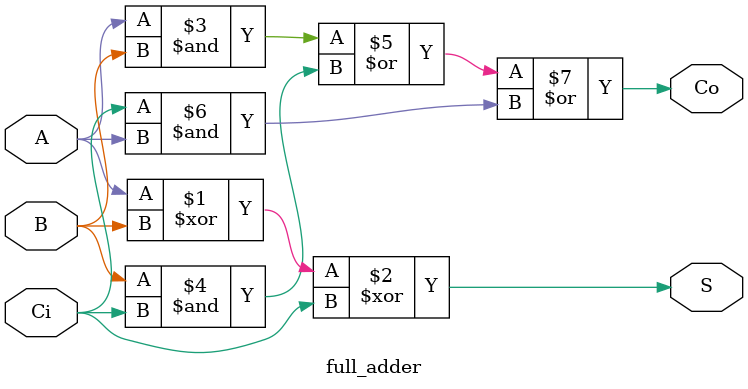
<source format=v>
module full_adder (A, B, Ci, S, Co);
    
    input A, B, Ci;
    output S, Co;

    assign S = A ^ B ^ Ci;
    assign Co = (A & B) | (B & Ci) | (Ci & A);

endmodule
</source>
